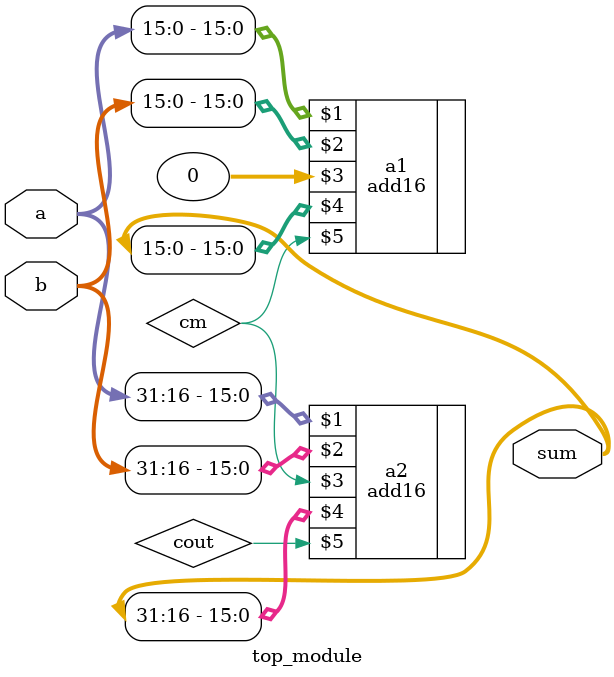
<source format=v>
module top_module(
    input [31:0] a,
    input [31:0] b,
    output [31:0] sum
);
    wire cm, cout;
    
    add16 a1( a[15:0] , b[15:0], 0, sum[15:0] , cm);
    add16 a2( a[31:16] , b[31:16] , cm, sum[31:16] , cout);
endmodule

</source>
